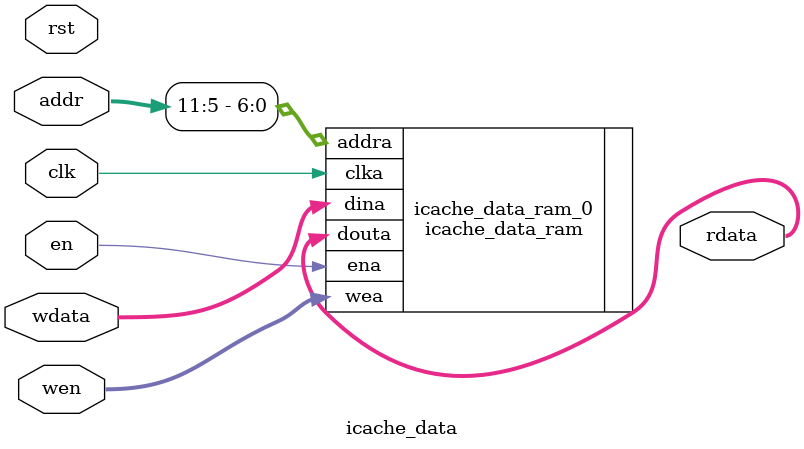
<source format=v>
`timescale 1ns / 1ps

module icache_data(
    input   wire        clk,
    input   wire        rst,
    input   wire        en,
    input   wire[3:0]   wen,
    input   wire[31:0]  wdata,
    input   wire[31:0]  addr,
    output  wire[31:0]  rdata
    );
    
    icache_data_ram icache_data_ram_0(
        .clka(clk),         // input wire clka
        .ena(en),           // input wire ena
        .wea(wen),          // input wire [0 : 0] wea
        .addra(addr[11:5]), // input wire [6 : 0] addra
        .dina(wdata),       // input wire [31 : 0] dina
        .douta(rdata)       // output wire [31 : 0] douta
    );
endmodule

</source>
